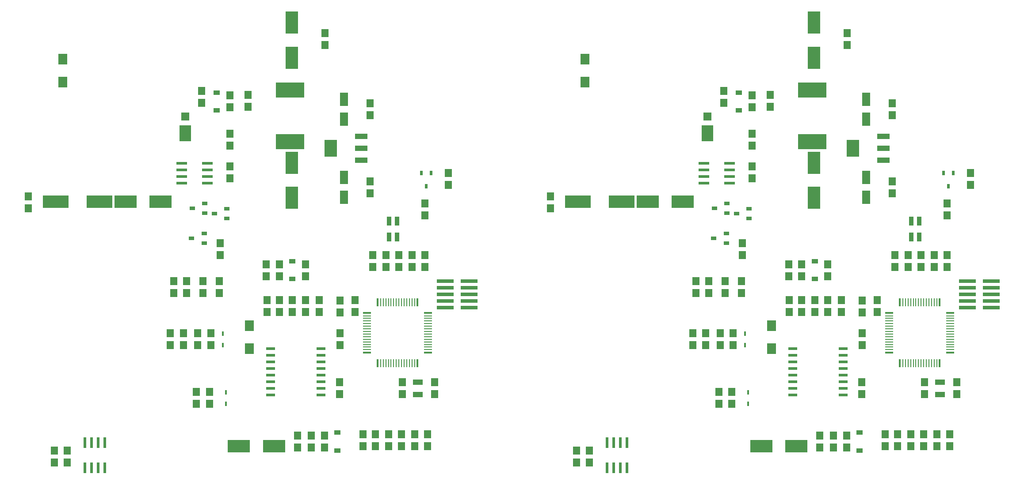
<source format=gtp>
G04*
G04 #@! TF.GenerationSoftware,Altium Limited,Altium Designer,23.3.1 (30)*
G04*
G04 Layer_Color=8421504*
%FSLAX25Y25*%
%MOIN*%
G70*
G04*
G04 #@! TF.SameCoordinates,731DBA42-33AF-4731-BD85-8EC7A1DC1BC3*
G04*
G04*
G04 #@! TF.FilePolarity,Positive*
G04*
G01*
G75*
%ADD10R,0.13000X0.02900*%
%ADD11R,0.09252X0.16535*%
%ADD12R,0.16535X0.09252*%
%ADD13R,0.19291X0.09252*%
%ADD14R,0.05600X0.06000*%
%ADD15R,0.21260X0.11417*%
%ADD16R,0.06299X0.10236*%
%ADD17R,0.04724X0.03543*%
%ADD18R,0.03937X0.03150*%
%ADD19R,0.01102X0.06496*%
%ADD20R,0.01575X0.06496*%
%ADD21R,0.06496X0.01575*%
%ADD22R,0.06496X0.01102*%
%ADD23R,0.02362X0.08465*%
%ADD24R,0.08465X0.02362*%
%ADD25R,0.05984X0.05906*%
%ADD26R,0.08661X0.12205*%
%ADD27R,0.09449X0.12992*%
%ADD28R,0.09449X0.03937*%
%ADD29R,0.07480X0.04331*%
%ADD30R,0.06890X0.02362*%
%ADD31R,0.03543X0.07087*%
%ADD32R,0.07087X0.08268*%
%ADD33R,0.01772X0.03740*%
%ADD34R,0.02362X0.03740*%
D10*
X749836Y155643D02*
D03*
X767836D02*
D03*
X749836Y150643D02*
D03*
X767836D02*
D03*
X749836Y145643D02*
D03*
X767836D02*
D03*
X749836Y140643D02*
D03*
X767836D02*
D03*
X749836Y135643D02*
D03*
X767836D02*
D03*
X356135Y155643D02*
D03*
X374135D02*
D03*
X356135Y150643D02*
D03*
X374135D02*
D03*
X356135Y145643D02*
D03*
X374135D02*
D03*
X356135Y140643D02*
D03*
X374135D02*
D03*
X356135Y135643D02*
D03*
X374135D02*
D03*
D11*
X634328Y324285D02*
D03*
Y350859D02*
D03*
Y245052D02*
D03*
Y218477D02*
D03*
X240627Y324285D02*
D03*
Y350859D02*
D03*
Y245052D02*
D03*
Y218477D02*
D03*
D12*
X508836Y215525D02*
D03*
X535411D02*
D03*
X594466Y30977D02*
D03*
X621041D02*
D03*
X115135Y215525D02*
D03*
X141710D02*
D03*
X200765Y30977D02*
D03*
X227340D02*
D03*
D13*
X489446Y215525D02*
D03*
X456375D02*
D03*
X95745D02*
D03*
X62674D02*
D03*
D14*
X601356Y296304D02*
D03*
Y287304D02*
D03*
X587576Y286812D02*
D03*
Y295812D02*
D03*
X693383Y280907D02*
D03*
Y289907D02*
D03*
Y221851D02*
D03*
Y230852D02*
D03*
X752438Y237249D02*
D03*
Y228249D02*
D03*
X734722Y205119D02*
D03*
Y214119D02*
D03*
X670253Y70277D02*
D03*
Y79277D02*
D03*
X670745Y131792D02*
D03*
Y140792D02*
D03*
X615135Y159351D02*
D03*
Y168351D02*
D03*
X644663Y168351D02*
D03*
Y159352D02*
D03*
X624978Y168351D02*
D03*
Y159351D02*
D03*
X566415Y290257D02*
D03*
Y299257D02*
D03*
X580194Y175100D02*
D03*
Y184099D02*
D03*
X455194Y27603D02*
D03*
Y18603D02*
D03*
X465037Y27603D02*
D03*
Y18603D02*
D03*
X587576Y257777D02*
D03*
Y266777D02*
D03*
X587576Y233170D02*
D03*
Y242170D02*
D03*
X670745Y116186D02*
D03*
Y107186D02*
D03*
X659426Y343056D02*
D03*
Y334056D02*
D03*
X638757Y29922D02*
D03*
Y38922D02*
D03*
X658934Y29922D02*
D03*
Y38922D02*
D03*
X649092D02*
D03*
Y29922D02*
D03*
X563462Y107186D02*
D03*
Y116186D02*
D03*
X573305Y107186D02*
D03*
Y116186D02*
D03*
X682064Y132284D02*
D03*
Y141285D02*
D03*
X717497Y70277D02*
D03*
Y79277D02*
D03*
X705194Y175241D02*
D03*
Y166241D02*
D03*
X695352D02*
D03*
Y175241D02*
D03*
X715037Y166241D02*
D03*
Y175241D02*
D03*
X724879D02*
D03*
Y166241D02*
D03*
X542793Y107186D02*
D03*
Y116186D02*
D03*
X736690Y30907D02*
D03*
Y39907D02*
D03*
X742104Y79277D02*
D03*
Y70277D02*
D03*
X734722Y175241D02*
D03*
Y166241D02*
D03*
X697320Y30907D02*
D03*
Y39907D02*
D03*
X717005Y30907D02*
D03*
Y39907D02*
D03*
X707163Y30907D02*
D03*
Y39907D02*
D03*
X726848D02*
D03*
Y30907D02*
D03*
X654997Y141285D02*
D03*
Y132284D02*
D03*
X615627D02*
D03*
Y141285D02*
D03*
X644663D02*
D03*
Y132284D02*
D03*
X624978Y141285D02*
D03*
Y132284D02*
D03*
X634820D02*
D03*
Y141285D02*
D03*
X687970Y39907D02*
D03*
Y30907D02*
D03*
X435509Y210533D02*
D03*
Y219533D02*
D03*
X579702Y146556D02*
D03*
Y155556D02*
D03*
X567399D02*
D03*
Y146556D02*
D03*
X552635Y116186D02*
D03*
Y107186D02*
D03*
X555096Y146556D02*
D03*
Y155556D02*
D03*
X572320Y71895D02*
D03*
Y62895D02*
D03*
X562478Y71895D02*
D03*
Y62895D02*
D03*
X545253Y155556D02*
D03*
Y146556D02*
D03*
X207655Y296304D02*
D03*
Y287304D02*
D03*
X193875Y286812D02*
D03*
Y295812D02*
D03*
X299682Y280907D02*
D03*
Y289907D02*
D03*
Y221851D02*
D03*
Y230852D02*
D03*
X358737Y237249D02*
D03*
Y228249D02*
D03*
X341021Y205119D02*
D03*
Y214119D02*
D03*
X276553Y70277D02*
D03*
Y79277D02*
D03*
X277045Y131792D02*
D03*
Y140792D02*
D03*
X221434Y159351D02*
D03*
Y168351D02*
D03*
X250962Y168351D02*
D03*
Y159352D02*
D03*
X231277Y168351D02*
D03*
Y159351D02*
D03*
X172714Y290257D02*
D03*
Y299257D02*
D03*
X186493Y175100D02*
D03*
Y184099D02*
D03*
X61493Y27603D02*
D03*
Y18603D02*
D03*
X71336Y27603D02*
D03*
Y18603D02*
D03*
X193875Y257777D02*
D03*
Y266777D02*
D03*
X193875Y233170D02*
D03*
Y242170D02*
D03*
X277045Y116186D02*
D03*
Y107186D02*
D03*
X265726Y343056D02*
D03*
Y334056D02*
D03*
X245056Y29922D02*
D03*
Y38922D02*
D03*
X265234Y29922D02*
D03*
Y38922D02*
D03*
X255391D02*
D03*
Y29922D02*
D03*
X169761Y107186D02*
D03*
Y116186D02*
D03*
X179604Y107186D02*
D03*
Y116186D02*
D03*
X288364Y132284D02*
D03*
Y141285D02*
D03*
X323797Y70277D02*
D03*
Y79277D02*
D03*
X311493Y175241D02*
D03*
Y166241D02*
D03*
X301651D02*
D03*
Y175241D02*
D03*
X321336Y166241D02*
D03*
Y175241D02*
D03*
X331178D02*
D03*
Y166241D02*
D03*
X149092Y107186D02*
D03*
Y116186D02*
D03*
X342989Y30907D02*
D03*
Y39907D02*
D03*
X348403Y79277D02*
D03*
Y70277D02*
D03*
X341021Y175241D02*
D03*
Y166241D02*
D03*
X303619Y30907D02*
D03*
Y39907D02*
D03*
X323304Y30907D02*
D03*
Y39907D02*
D03*
X313462Y30907D02*
D03*
Y39907D02*
D03*
X333147D02*
D03*
Y30907D02*
D03*
X261297Y141285D02*
D03*
Y132284D02*
D03*
X221926D02*
D03*
Y141285D02*
D03*
X250962D02*
D03*
Y132284D02*
D03*
X231277Y141285D02*
D03*
Y132284D02*
D03*
X241119D02*
D03*
Y141285D02*
D03*
X294269Y39907D02*
D03*
Y30907D02*
D03*
X41808Y210533D02*
D03*
Y219533D02*
D03*
X186001Y146556D02*
D03*
Y155556D02*
D03*
X173698D02*
D03*
Y146556D02*
D03*
X158934Y116186D02*
D03*
Y107186D02*
D03*
X161395Y146556D02*
D03*
Y155556D02*
D03*
X178619Y71895D02*
D03*
Y62895D02*
D03*
X168777Y71895D02*
D03*
Y62895D02*
D03*
X151552Y155556D02*
D03*
Y146556D02*
D03*
D15*
X632852Y260997D02*
D03*
Y299974D02*
D03*
X239151Y260997D02*
D03*
Y299974D02*
D03*
D16*
X673698Y277926D02*
D03*
Y292887D02*
D03*
Y233832D02*
D03*
Y218871D02*
D03*
X279997Y277926D02*
D03*
Y292887D02*
D03*
Y233832D02*
D03*
Y218871D02*
D03*
D17*
X634820Y157159D02*
D03*
Y170544D02*
D03*
X577734Y284619D02*
D03*
Y298005D02*
D03*
X668777Y27729D02*
D03*
Y41115D02*
D03*
X241119Y157159D02*
D03*
Y170544D02*
D03*
X184033Y284619D02*
D03*
Y298005D02*
D03*
X275076Y27729D02*
D03*
Y41115D02*
D03*
D18*
X558738Y187966D02*
D03*
X568186Y191706D02*
D03*
Y184225D02*
D03*
X568679Y206863D02*
D03*
Y214344D02*
D03*
X559230Y210603D02*
D03*
X575962Y206666D02*
D03*
X585411Y210407D02*
D03*
Y202926D02*
D03*
X165037Y187966D02*
D03*
X174486Y191706D02*
D03*
Y184225D02*
D03*
X174978Y206863D02*
D03*
Y214344D02*
D03*
X165529Y210603D02*
D03*
X182261Y206666D02*
D03*
X191710Y210407D02*
D03*
Y202926D02*
D03*
D19*
X711100Y139540D02*
D03*
X707163D02*
D03*
X701257D02*
D03*
X703226D02*
D03*
X705194D02*
D03*
X709131D02*
D03*
X713068D02*
D03*
X715037D02*
D03*
X717005D02*
D03*
X718974D02*
D03*
X720942D02*
D03*
X722911D02*
D03*
X724879D02*
D03*
X726848D02*
D03*
Y93674D02*
D03*
X724879D02*
D03*
X722911D02*
D03*
X720942D02*
D03*
X718974D02*
D03*
X717005D02*
D03*
X715037D02*
D03*
X713068D02*
D03*
X711100D02*
D03*
X709131D02*
D03*
X707163D02*
D03*
X705194D02*
D03*
X703226D02*
D03*
X701257D02*
D03*
X317399Y139540D02*
D03*
X313462D02*
D03*
X307556D02*
D03*
X309525D02*
D03*
X311493D02*
D03*
X315430D02*
D03*
X319368D02*
D03*
X321336D02*
D03*
X323305D02*
D03*
X325273D02*
D03*
X327241D02*
D03*
X329210D02*
D03*
X331178D02*
D03*
X333147D02*
D03*
Y93674D02*
D03*
X331178D02*
D03*
X329210D02*
D03*
X327241D02*
D03*
X325273D02*
D03*
X323305D02*
D03*
X321336D02*
D03*
X319368D02*
D03*
X317399D02*
D03*
X315430D02*
D03*
X313462D02*
D03*
X311493D02*
D03*
X309525D02*
D03*
X307556D02*
D03*
D20*
X699052Y139540D02*
D03*
X729052D02*
D03*
Y93674D02*
D03*
X699052D02*
D03*
X305352Y139540D02*
D03*
X335352D02*
D03*
Y93674D02*
D03*
X305352D02*
D03*
D21*
X736986Y131607D02*
D03*
Y101607D02*
D03*
X691119D02*
D03*
Y131607D02*
D03*
X343285D02*
D03*
Y101607D02*
D03*
X297419D02*
D03*
Y131607D02*
D03*
D22*
X736986Y129403D02*
D03*
Y127434D02*
D03*
Y125466D02*
D03*
Y123497D02*
D03*
Y121529D02*
D03*
Y119560D02*
D03*
Y117592D02*
D03*
Y115623D02*
D03*
Y113655D02*
D03*
Y111686D02*
D03*
Y109718D02*
D03*
Y107749D02*
D03*
Y105781D02*
D03*
Y103812D02*
D03*
X691119D02*
D03*
Y105781D02*
D03*
Y107749D02*
D03*
Y109718D02*
D03*
Y111686D02*
D03*
Y113655D02*
D03*
Y115623D02*
D03*
Y117592D02*
D03*
Y119560D02*
D03*
Y121529D02*
D03*
Y123497D02*
D03*
Y125466D02*
D03*
Y127434D02*
D03*
Y129403D02*
D03*
X343285D02*
D03*
Y127434D02*
D03*
Y125466D02*
D03*
Y123497D02*
D03*
Y121529D02*
D03*
Y119560D02*
D03*
Y117592D02*
D03*
Y115623D02*
D03*
Y113655D02*
D03*
Y111686D02*
D03*
Y109718D02*
D03*
Y107749D02*
D03*
Y105781D02*
D03*
Y103812D02*
D03*
X297419D02*
D03*
Y105781D02*
D03*
Y107749D02*
D03*
Y109718D02*
D03*
Y111686D02*
D03*
Y113655D02*
D03*
Y115623D02*
D03*
Y117592D02*
D03*
Y119560D02*
D03*
Y121529D02*
D03*
Y123497D02*
D03*
Y125466D02*
D03*
Y127434D02*
D03*
Y129403D02*
D03*
D23*
X493206Y14540D02*
D03*
Y33635D02*
D03*
X488206D02*
D03*
X483206D02*
D03*
X478206D02*
D03*
X488206Y14540D02*
D03*
X483206D02*
D03*
X478206D02*
D03*
X99505D02*
D03*
Y33635D02*
D03*
X94505D02*
D03*
X89505D02*
D03*
X84505D02*
D03*
X94505Y14540D02*
D03*
X89505D02*
D03*
X84505D02*
D03*
D24*
X551454Y244678D02*
D03*
Y239678D02*
D03*
Y234678D02*
D03*
Y229678D02*
D03*
X570549Y244678D02*
D03*
Y239678D02*
D03*
Y234678D02*
D03*
Y229678D02*
D03*
X157753Y244678D02*
D03*
Y239678D02*
D03*
Y234678D02*
D03*
Y229678D02*
D03*
X176848Y244678D02*
D03*
Y239678D02*
D03*
Y234678D02*
D03*
Y229678D02*
D03*
D25*
X554111Y280032D02*
D03*
X160411D02*
D03*
D26*
X554111Y267355D02*
D03*
X160411D02*
D03*
D27*
X663757Y255879D02*
D03*
X270056D02*
D03*
D28*
X686592Y264934D02*
D03*
Y255879D02*
D03*
Y246824D02*
D03*
X292891Y264934D02*
D03*
Y255879D02*
D03*
Y246824D02*
D03*
D29*
X729308Y69855D02*
D03*
Y79304D02*
D03*
X335608Y69855D02*
D03*
Y79304D02*
D03*
D30*
X618186Y104580D02*
D03*
Y99580D02*
D03*
Y94580D02*
D03*
Y89580D02*
D03*
Y84580D02*
D03*
Y79580D02*
D03*
Y74580D02*
D03*
Y69580D02*
D03*
X656375Y104580D02*
D03*
Y99580D02*
D03*
Y94580D02*
D03*
Y89580D02*
D03*
Y84580D02*
D03*
Y79580D02*
D03*
Y74580D02*
D03*
Y69580D02*
D03*
X224486Y104580D02*
D03*
Y99580D02*
D03*
Y94580D02*
D03*
Y89580D02*
D03*
Y84580D02*
D03*
Y79580D02*
D03*
Y74580D02*
D03*
Y69580D02*
D03*
X262674Y104580D02*
D03*
Y99580D02*
D03*
Y94580D02*
D03*
Y89580D02*
D03*
Y84580D02*
D03*
Y79580D02*
D03*
Y74580D02*
D03*
Y69580D02*
D03*
D31*
X713560Y200761D02*
D03*
X707655D02*
D03*
X713560Y188950D02*
D03*
X707655D02*
D03*
X319860Y200761D02*
D03*
X313954D02*
D03*
X319860Y188950D02*
D03*
X313954D02*
D03*
D32*
X602340Y104501D02*
D03*
Y121824D02*
D03*
X461592Y323103D02*
D03*
Y305781D02*
D03*
X208639Y104501D02*
D03*
Y121824D02*
D03*
X67891Y323103D02*
D03*
Y305781D02*
D03*
D33*
X582163Y107355D02*
D03*
Y116017D02*
D03*
X584623Y63064D02*
D03*
Y71725D02*
D03*
X188462Y107355D02*
D03*
Y116017D02*
D03*
X190923Y63064D02*
D03*
Y71725D02*
D03*
D34*
X739446Y237375D02*
D03*
X731966D02*
D03*
X735706Y227336D02*
D03*
X345745Y237375D02*
D03*
X338265D02*
D03*
X342005Y227336D02*
D03*
M02*

</source>
